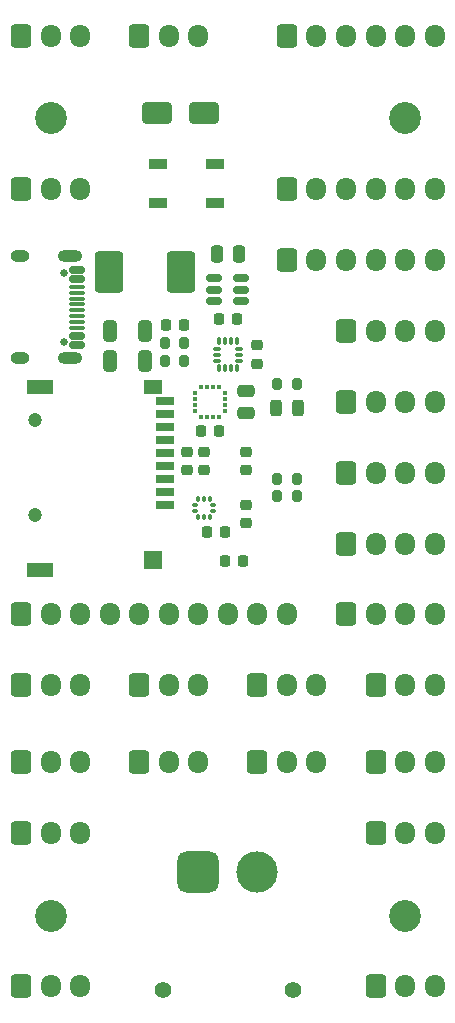
<source format=gts>
%TF.GenerationSoftware,KiCad,Pcbnew,9.0.6*%
%TF.CreationDate,2026-01-30T19:54:56-05:00*%
%TF.ProjectId,flight controller,666c6967-6874-4206-936f-6e74726f6c6c,rev?*%
%TF.SameCoordinates,Original*%
%TF.FileFunction,Soldermask,Top*%
%TF.FilePolarity,Negative*%
%FSLAX46Y46*%
G04 Gerber Fmt 4.6, Leading zero omitted, Abs format (unit mm)*
G04 Created by KiCad (PCBNEW 9.0.6) date 2026-01-30 19:54:56*
%MOMM*%
%LPD*%
G01*
G04 APERTURE LIST*
G04 Aperture macros list*
%AMRoundRect*
0 Rectangle with rounded corners*
0 $1 Rounding radius*
0 $2 $3 $4 $5 $6 $7 $8 $9 X,Y pos of 4 corners*
0 Add a 4 corners polygon primitive as box body*
4,1,4,$2,$3,$4,$5,$6,$7,$8,$9,$2,$3,0*
0 Add four circle primitives for the rounded corners*
1,1,$1+$1,$2,$3*
1,1,$1+$1,$4,$5*
1,1,$1+$1,$6,$7*
1,1,$1+$1,$8,$9*
0 Add four rect primitives between the rounded corners*
20,1,$1+$1,$2,$3,$4,$5,0*
20,1,$1+$1,$4,$5,$6,$7,0*
20,1,$1+$1,$6,$7,$8,$9,0*
20,1,$1+$1,$8,$9,$2,$3,0*%
G04 Aperture macros list end*
%ADD10C,2.700000*%
%ADD11RoundRect,0.200000X-0.200000X-0.275000X0.200000X-0.275000X0.200000X0.275000X-0.200000X0.275000X0*%
%ADD12RoundRect,0.250000X-0.600000X-0.725000X0.600000X-0.725000X0.600000X0.725000X-0.600000X0.725000X0*%
%ADD13O,1.700000X1.950000*%
%ADD14RoundRect,0.225000X-0.225000X-0.250000X0.225000X-0.250000X0.225000X0.250000X-0.225000X0.250000X0*%
%ADD15RoundRect,0.225000X0.250000X-0.225000X0.250000X0.225000X-0.250000X0.225000X-0.250000X-0.225000X0*%
%ADD16RoundRect,0.225000X0.225000X0.250000X-0.225000X0.250000X-0.225000X-0.250000X0.225000X-0.250000X0*%
%ADD17C,1.400000*%
%ADD18RoundRect,0.770000X0.980000X0.980000X-0.980000X0.980000X-0.980000X-0.980000X0.980000X-0.980000X0*%
%ADD19C,3.500000*%
%ADD20RoundRect,0.225000X-0.250000X0.225000X-0.250000X-0.225000X0.250000X-0.225000X0.250000X0.225000X0*%
%ADD21RoundRect,0.250000X0.325000X0.650000X-0.325000X0.650000X-0.325000X-0.650000X0.325000X-0.650000X0*%
%ADD22RoundRect,0.250000X1.000000X0.650000X-1.000000X0.650000X-1.000000X-0.650000X1.000000X-0.650000X0*%
%ADD23RoundRect,0.250000X0.925000X1.500000X-0.925000X1.500000X-0.925000X-1.500000X0.925000X-1.500000X0*%
%ADD24C,0.650000*%
%ADD25RoundRect,0.150000X-0.500000X0.150000X-0.500000X-0.150000X0.500000X-0.150000X0.500000X0.150000X0*%
%ADD26RoundRect,0.075000X-0.575000X0.075000X-0.575000X-0.075000X0.575000X-0.075000X0.575000X0.075000X0*%
%ADD27O,2.100000X1.000000*%
%ADD28O,1.600000X1.000000*%
%ADD29RoundRect,0.250000X0.475000X-0.250000X0.475000X0.250000X-0.475000X0.250000X-0.475000X-0.250000X0*%
%ADD30RoundRect,0.250000X0.250000X0.475000X-0.250000X0.475000X-0.250000X-0.475000X0.250000X-0.475000X0*%
%ADD31RoundRect,0.200000X0.200000X0.275000X-0.200000X0.275000X-0.200000X-0.275000X0.200000X-0.275000X0*%
%ADD32RoundRect,0.090000X0.660000X0.360000X-0.660000X0.360000X-0.660000X-0.360000X0.660000X-0.360000X0*%
%ADD33C,1.200000*%
%ADD34R,1.600000X0.700000*%
%ADD35R,1.500000X1.200000*%
%ADD36R,2.200000X1.200000*%
%ADD37R,1.500000X1.600000*%
%ADD38RoundRect,0.243750X0.243750X0.456250X-0.243750X0.456250X-0.243750X-0.456250X0.243750X-0.456250X0*%
%ADD39RoundRect,0.087500X0.125000X0.087500X-0.125000X0.087500X-0.125000X-0.087500X0.125000X-0.087500X0*%
%ADD40RoundRect,0.087500X0.087500X0.125000X-0.087500X0.125000X-0.087500X-0.125000X0.087500X-0.125000X0*%
%ADD41R,0.450000X0.300000*%
%ADD42R,0.300000X0.450000*%
%ADD43RoundRect,0.250000X-0.325000X-0.650000X0.325000X-0.650000X0.325000X0.650000X-0.325000X0.650000X0*%
%ADD44RoundRect,0.150000X0.512500X0.150000X-0.512500X0.150000X-0.512500X-0.150000X0.512500X-0.150000X0*%
%ADD45RoundRect,0.087500X0.087500X-0.225000X0.087500X0.225000X-0.087500X0.225000X-0.087500X-0.225000X0*%
%ADD46RoundRect,0.087500X0.225000X-0.087500X0.225000X0.087500X-0.225000X0.087500X-0.225000X-0.087500X0*%
G04 APERTURE END LIST*
D10*
%TO.C,REF\u002A\u002A*%
X142500000Y-60000000D03*
%TD*%
D11*
%TO.C,R2*%
X152175000Y-79000000D03*
X153825000Y-79000000D03*
%TD*%
D12*
%TO.C,J4*%
X160000000Y-108000000D03*
D13*
X162500000Y-108000000D03*
X165000000Y-108000000D03*
%TD*%
D14*
%TO.C,C9*%
X157225000Y-97500000D03*
X158775000Y-97500000D03*
%TD*%
D10*
%TO.C,REF\u002A\u002A*%
X142500000Y-127500000D03*
%TD*%
D12*
%TO.C,J10*%
X170000000Y-114500000D03*
D13*
X172500000Y-114500000D03*
X175000000Y-114500000D03*
%TD*%
D12*
%TO.C,J22*%
X167500000Y-96000000D03*
D13*
X170000000Y-96000000D03*
X172500000Y-96000000D03*
X175000000Y-96000000D03*
%TD*%
D15*
%TO.C,C25*%
X160000000Y-80775000D03*
X160000000Y-79225000D03*
%TD*%
D12*
%TO.C,J26*%
X167500000Y-90000000D03*
D13*
X170000000Y-90000000D03*
X172500000Y-90000000D03*
X175000000Y-90000000D03*
%TD*%
D16*
%TO.C,C1*%
X158275000Y-77000000D03*
X156725000Y-77000000D03*
%TD*%
D17*
%TO.C,J1*%
X163000000Y-133825000D03*
X152000000Y-133825000D03*
D18*
X155000000Y-123825000D03*
D19*
X160000000Y-123825000D03*
%TD*%
D12*
%TO.C,J16*%
X140000000Y-53000000D03*
D13*
X142500000Y-53000000D03*
X145000000Y-53000000D03*
%TD*%
D12*
%TO.C,J11*%
X140000000Y-120500000D03*
D13*
X142500000Y-120500000D03*
X145000000Y-120500000D03*
%TD*%
D20*
%TO.C,C15*%
X154000000Y-88225000D03*
X154000000Y-89775000D03*
%TD*%
D12*
%TO.C,J13*%
X140000000Y-133475000D03*
D13*
X142500000Y-133475000D03*
X145000000Y-133475000D03*
%TD*%
D21*
%TO.C,C4*%
X150475000Y-80500000D03*
X147525000Y-80500000D03*
%TD*%
D14*
%TO.C,C3*%
X152225000Y-77500000D03*
X153775000Y-77500000D03*
%TD*%
D22*
%TO.C,D1*%
X155500000Y-59500000D03*
X151500000Y-59500000D03*
%TD*%
D12*
%TO.C,J21*%
X162500000Y-65975000D03*
D13*
X165000000Y-65975000D03*
X167500000Y-65975000D03*
X170000000Y-65975000D03*
X172500000Y-65975000D03*
X175000000Y-65975000D03*
%TD*%
D23*
%TO.C,L1*%
X153525000Y-73000000D03*
X147475000Y-73000000D03*
%TD*%
D12*
%TO.C,J18*%
X140000000Y-66000000D03*
D13*
X142500000Y-66000000D03*
X145000000Y-66000000D03*
%TD*%
D12*
%TO.C,J12*%
X170000000Y-120500000D03*
D13*
X172500000Y-120500000D03*
X175000000Y-120500000D03*
%TD*%
D12*
%TO.C,J25*%
X162500000Y-53000000D03*
D13*
X165000000Y-53000000D03*
X167500000Y-53000000D03*
X170000000Y-53000000D03*
X172500000Y-53000000D03*
X175000000Y-53000000D03*
%TD*%
D24*
%TO.C,J19*%
X143605000Y-73110000D03*
X143605000Y-78890000D03*
D25*
X144745000Y-72800000D03*
X144745000Y-73600000D03*
D26*
X144745000Y-74750000D03*
X144745000Y-75750000D03*
X144745000Y-76250000D03*
X144745000Y-77250000D03*
D25*
X144745000Y-78400000D03*
X144745000Y-79200000D03*
X144745000Y-79200000D03*
X144745000Y-78400000D03*
D26*
X144745000Y-77750000D03*
X144745000Y-76750000D03*
X144745000Y-75250000D03*
X144745000Y-74250000D03*
D25*
X144745000Y-73600000D03*
X144745000Y-72800000D03*
D27*
X144105000Y-71680000D03*
D28*
X139925000Y-71680000D03*
D27*
X144105000Y-80320000D03*
D28*
X139925000Y-80320000D03*
%TD*%
D12*
%TO.C,J27*%
X167500000Y-84000000D03*
D13*
X170000000Y-84000000D03*
X172500000Y-84000000D03*
X175000000Y-84000000D03*
%TD*%
D12*
%TO.C,J3*%
X150000000Y-108000000D03*
D13*
X152500000Y-108000000D03*
X155000000Y-108000000D03*
%TD*%
D29*
%TO.C,C16*%
X159000000Y-84950000D03*
X159000000Y-83050000D03*
%TD*%
D30*
%TO.C,C2*%
X158450000Y-71500000D03*
X156550000Y-71500000D03*
%TD*%
D31*
%TO.C,R8*%
X153825000Y-80500000D03*
X152175000Y-80500000D03*
%TD*%
D11*
%TO.C,R7*%
X161675000Y-92000000D03*
X163325000Y-92000000D03*
%TD*%
D12*
%TO.C,J14*%
X170000000Y-133475000D03*
D13*
X172500000Y-133475000D03*
X175000000Y-133475000D03*
%TD*%
D11*
%TO.C,R10*%
X161675000Y-90500000D03*
X163325000Y-90500000D03*
%TD*%
D32*
%TO.C,D2*%
X156450000Y-67150000D03*
X156450000Y-63850000D03*
X151550000Y-63850000D03*
X151550000Y-67150000D03*
%TD*%
D12*
%TO.C,J6*%
X140000000Y-114500000D03*
D13*
X142500000Y-114500000D03*
X145000000Y-114500000D03*
%TD*%
D33*
%TO.C,J8*%
X141162500Y-85550000D03*
X141162500Y-93550000D03*
D34*
X152162500Y-92750000D03*
X152162500Y-91650000D03*
X152162500Y-90550000D03*
X152162500Y-89450000D03*
X152162500Y-88350000D03*
X152162500Y-87250000D03*
X152162500Y-86150000D03*
X152162500Y-85050000D03*
D35*
X151162500Y-82750000D03*
D36*
X141562500Y-82750000D03*
X141562500Y-98250000D03*
D37*
X151162500Y-97350000D03*
D34*
X152162500Y-83950000D03*
%TD*%
D38*
%TO.C,D3*%
X163437500Y-84500000D03*
X161562500Y-84500000D03*
%TD*%
D12*
%TO.C,J2*%
X140000000Y-108000000D03*
D13*
X142500000Y-108000000D03*
X145000000Y-108000000D03*
%TD*%
D20*
%TO.C,C8*%
X159000000Y-92725000D03*
X159000000Y-94275000D03*
%TD*%
D12*
%TO.C,J20*%
X162500000Y-72000000D03*
D13*
X165000000Y-72000000D03*
X167500000Y-72000000D03*
X170000000Y-72000000D03*
X172500000Y-72000000D03*
X175000000Y-72000000D03*
%TD*%
D12*
%TO.C,J23*%
X167500000Y-78000000D03*
D13*
X170000000Y-78000000D03*
X172500000Y-78000000D03*
X175000000Y-78000000D03*
%TD*%
D39*
%TO.C,U2*%
X156262500Y-93250000D03*
X156262500Y-92750000D03*
D40*
X156000000Y-92237500D03*
X155500000Y-92237500D03*
X155000000Y-92237500D03*
D39*
X154737500Y-92750000D03*
X154737500Y-93250000D03*
D40*
X155000000Y-93762500D03*
X155500000Y-93762500D03*
X156000000Y-93762500D03*
%TD*%
D12*
%TO.C,J15*%
X167500000Y-102000000D03*
D13*
X170000000Y-102000000D03*
X172500000Y-102000000D03*
X175000000Y-102000000D03*
%TD*%
D15*
%TO.C,C7*%
X159000000Y-89775000D03*
X159000000Y-88225000D03*
%TD*%
D10*
%TO.C,REF\u002A\u002A*%
X172500000Y-127500000D03*
%TD*%
D41*
%TO.C,U3*%
X154725000Y-83250000D03*
X154725000Y-83750000D03*
X154725000Y-84250000D03*
X154725000Y-84750000D03*
D42*
X155250000Y-85275000D03*
X155750000Y-85275000D03*
X156250000Y-85275000D03*
X156750000Y-85275000D03*
D41*
X157275000Y-84750000D03*
X157275000Y-84250000D03*
X157275000Y-83750000D03*
X157275000Y-83250000D03*
D42*
X156750000Y-82725000D03*
X156250000Y-82725000D03*
X155750000Y-82725000D03*
X155250000Y-82725000D03*
%TD*%
D12*
%TO.C,J17*%
X150000000Y-53000000D03*
D13*
X152500000Y-53000000D03*
X155000000Y-53000000D03*
%TD*%
D43*
%TO.C,C5*%
X147525000Y-78000000D03*
X150475000Y-78000000D03*
%TD*%
D20*
%TO.C,C14*%
X155500000Y-88225000D03*
X155500000Y-89775000D03*
%TD*%
D12*
%TO.C,J24*%
X140000000Y-102000000D03*
D13*
X142500000Y-102000000D03*
X145000000Y-102000000D03*
X147500000Y-102000000D03*
X150000000Y-102000000D03*
X152500000Y-102000000D03*
X155000000Y-102000000D03*
X157500000Y-102000000D03*
X160000000Y-102000000D03*
X162500000Y-102000000D03*
%TD*%
D14*
%TO.C,C13*%
X155225000Y-86500000D03*
X156775000Y-86500000D03*
%TD*%
D44*
%TO.C,U1*%
X158637500Y-75450000D03*
X158637500Y-74500000D03*
X158637500Y-73550000D03*
X156362500Y-73550000D03*
X156362500Y-74500000D03*
X156362500Y-75450000D03*
%TD*%
D12*
%TO.C,J9*%
X160000000Y-114500000D03*
D13*
X162500000Y-114500000D03*
X165000000Y-114500000D03*
%TD*%
D45*
%TO.C,U6*%
X156750000Y-81162500D03*
X157250000Y-81162500D03*
X157750000Y-81162500D03*
X158250000Y-81162500D03*
D46*
X158412500Y-80500000D03*
X158412500Y-80000000D03*
X158412500Y-79500000D03*
D45*
X158250000Y-78837500D03*
X157750000Y-78837500D03*
X157250000Y-78837500D03*
X156750000Y-78837500D03*
D46*
X156587500Y-79500000D03*
X156587500Y-80000000D03*
X156587500Y-80500000D03*
%TD*%
D31*
%TO.C,R20*%
X163325000Y-82500000D03*
X161675000Y-82500000D03*
%TD*%
D14*
%TO.C,C12*%
X155725000Y-95000000D03*
X157275000Y-95000000D03*
%TD*%
D12*
%TO.C,J7*%
X150000000Y-114500000D03*
D13*
X152500000Y-114500000D03*
X155000000Y-114500000D03*
%TD*%
D12*
%TO.C,J5*%
X170000000Y-108000000D03*
D13*
X172500000Y-108000000D03*
X175000000Y-108000000D03*
%TD*%
D10*
%TO.C,REF\u002A\u002A*%
X172500000Y-60000000D03*
%TD*%
M02*

</source>
